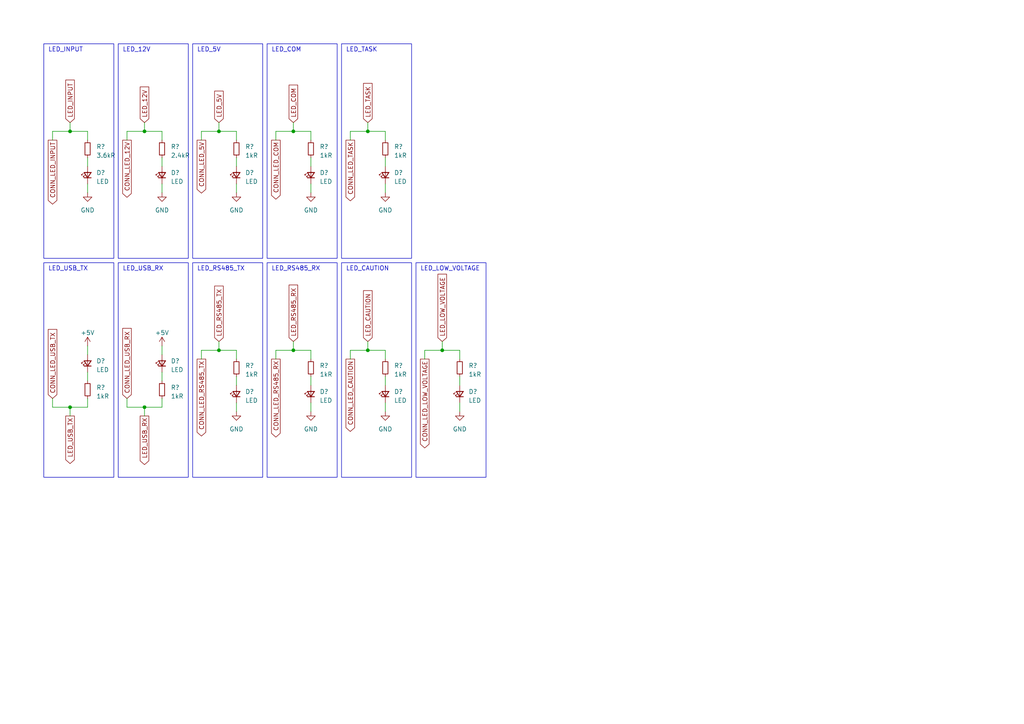
<source format=kicad_sch>
(kicad_sch (version 20230121) (generator eeschema)
  (paper "A4")
  (lib_symbols
    (symbol "Device:LED_Small" (pin_numbers hide) (pin_names (offset 0.254) hide)
      (property "Reference" "D" (at -1.27 3.175 0))
      (property "Value" "LED_Small" (at -4.445 -2.54 0))
      (symbol "LED_Small_0_1"
        (polyline (pts (xy -0.762 -1.016) (xy -0.762 1.016)) (stroke (width 0.254)))
        (polyline (pts (xy 1.016 0) (xy -0.762 0)))
        (polyline (pts (xy 0.762 -1.016) (xy -0.762 0) (xy 0.762 1.016) (xy 0.762 -1.016)) (stroke (width 0.254)))
        (polyline (pts (xy 0 0.762) (xy -0.508 1.27) (xy -0.254 1.27) (xy -0.508 1.27) (xy -0.508 1.016)))
        (polyline (pts (xy 0.508 1.27) (xy 0 1.778) (xy 0.254 1.778) (xy 0 1.778) (xy 0 1.524)))
      )
      (symbol "LED_Small_1_1"
        (pin passive line (at -2.54 0 0) (length 1.778) (name "K") (number "1"))
        (pin passive line (at 2.54 0 180) (length 1.778) (name "A") (number "2"))
      )
    )
    (symbol "Device:R_Small" (pin_numbers hide) (pin_names (offset 0.254) hide)
      (property "Reference" "R" (at 0.762 0.508 0))
      (property "Value" "R_Small" (at 0.762 -1.016 0))
      (symbol "R_Small_0_1"
        (rectangle (start -0.762 1.778) (end 0.762 -1.778) (stroke (width 0.2032)))
      )
      (symbol "R_Small_1_1"
        (pin passive line (at 0 2.54 270) (length 0.762) (name "~") (number "1"))
        (pin passive line (at 0 -2.54 90) (length 0.762) (name "~") (number "2"))
      )
    )
    (symbol "power:+5V" (power) (pin_names (offset 0))
      (property "Value" "+5V" (at 0 3.556 0))
      (symbol "+5V_0_1"
        (polyline (pts (xy -0.762 1.27) (xy 0 2.54)))
        (polyline (pts (xy 0 0) (xy 0 2.54)))
        (polyline (pts (xy 0 2.54) (xy 0.762 1.27)))
      )
      (symbol "+5V_1_1"
        (pin power_in line (at 0 0 90) (length 0) hide (name "+5V") (number "1"))
      )
    )
    (symbol "power:GND" (power) (pin_names (offset 0))
      (property "Value" "GND" (at 0 -3.81 0))
      (symbol "GND_0_1"
        (polyline (pts (xy 0 0) (xy 0 -1.27) (xy 1.27 -1.27) (xy 0 -2.54) (xy -1.27 -1.27) (xy 0 -1.27)))
      )
      (symbol "GND_1_1"
        (pin power_in line (at 0 0 270) (length 0) hide (name "GND") (number "1"))
      )
    )
  )
  (junction (at 128.27 101.6))
  (junction (at 20.32 118.11))
  (junction (at 106.68 38.1))
  (junction (at 63.5 38.1))
  (junction (at 85.09 101.6))
  (junction (at 63.5 101.6))
  (junction (at 20.32 38.1))
  (junction (at 41.91 118.11))
  (junction (at 85.09 38.1))
  (junction (at 106.68 101.6))
  (junction (at 41.91 38.1))
  (wire (pts (xy 90.17 45.72) (xy 90.17 48.26)))
  (wire (pts (xy 101.6 40.64) (xy 101.6 38.1)))
  (wire (pts (xy 68.58 119.38) (xy 68.58 116.84)))
  (wire (pts (xy 20.32 118.11) (xy 25.4 118.11)))
  (wire (pts (xy 46.99 40.64) (xy 46.99 38.1)))
  (wire (pts (xy 58.42 104.14) (xy 58.42 101.6)))
  (wire (pts (xy 20.32 118.11) (xy 20.32 120.65)))
  (wire (pts (xy 90.17 109.22) (xy 90.17 111.76)))
  (wire (pts (xy 68.58 40.64) (xy 68.58 38.1)))
  (wire (pts (xy 41.91 35.56) (xy 41.91 38.1)))
  (wire (pts (xy 68.58 45.72) (xy 68.58 48.26)))
  (wire (pts (xy 46.99 107.95) (xy 46.99 110.49)))
  (wire (pts (xy 128.27 99.06) (xy 128.27 101.6)))
  (wire (pts (xy 25.4 40.64) (xy 25.4 38.1)))
  (wire (pts (xy 106.68 35.56) (xy 106.68 38.1)))
  (wire (pts (xy 41.91 118.11) (xy 41.91 120.65)))
  (wire (pts (xy 101.6 104.14) (xy 101.6 101.6)))
  (wire (pts (xy 36.83 40.64) (xy 36.83 38.1)))
  (wire (pts (xy 46.99 38.1) (xy 41.91 38.1)))
  (wire (pts (xy 111.76 104.14) (xy 111.76 101.6)))
  (wire (pts (xy 80.01 104.14) (xy 80.01 101.6)))
  (wire (pts (xy 46.99 118.11) (xy 46.99 115.57)))
  (wire (pts (xy 133.35 104.14) (xy 133.35 101.6)))
  (wire (pts (xy 106.68 101.6) (xy 101.6 101.6)))
  (wire (pts (xy 68.58 101.6) (xy 63.5 101.6)))
  (wire (pts (xy 133.35 109.22) (xy 133.35 111.76)))
  (wire (pts (xy 106.68 38.1) (xy 101.6 38.1)))
  (wire (pts (xy 46.99 100.33) (xy 46.99 102.87)))
  (wire (pts (xy 111.76 45.72) (xy 111.76 48.26)))
  (wire (pts (xy 68.58 38.1) (xy 63.5 38.1)))
  (wire (pts (xy 36.83 115.57) (xy 36.83 118.11)))
  (wire (pts (xy 123.19 104.14) (xy 123.19 101.6)))
  (wire (pts (xy 25.4 55.88) (xy 25.4 53.34)))
  (wire (pts (xy 15.24 118.11) (xy 20.32 118.11)))
  (wire (pts (xy 85.09 35.56) (xy 85.09 38.1)))
  (wire (pts (xy 36.83 118.11) (xy 41.91 118.11)))
  (wire (pts (xy 90.17 101.6) (xy 85.09 101.6)))
  (wire (pts (xy 20.32 38.1) (xy 15.24 38.1)))
  (wire (pts (xy 46.99 45.72) (xy 46.99 48.26)))
  (wire (pts (xy 90.17 38.1) (xy 85.09 38.1)))
  (wire (pts (xy 25.4 107.95) (xy 25.4 110.49)))
  (wire (pts (xy 106.68 99.06) (xy 106.68 101.6)))
  (wire (pts (xy 80.01 40.64) (xy 80.01 38.1)))
  (wire (pts (xy 25.4 100.33) (xy 25.4 102.87)))
  (wire (pts (xy 111.76 40.64) (xy 111.76 38.1)))
  (wire (pts (xy 111.76 55.88) (xy 111.76 53.34)))
  (wire (pts (xy 111.76 38.1) (xy 106.68 38.1)))
  (wire (pts (xy 63.5 38.1) (xy 58.42 38.1)))
  (wire (pts (xy 15.24 40.64) (xy 15.24 38.1)))
  (wire (pts (xy 20.32 35.56) (xy 20.32 38.1)))
  (wire (pts (xy 15.24 115.57) (xy 15.24 118.11)))
  (wire (pts (xy 111.76 101.6) (xy 106.68 101.6)))
  (wire (pts (xy 68.58 104.14) (xy 68.58 101.6)))
  (wire (pts (xy 25.4 38.1) (xy 20.32 38.1)))
  (wire (pts (xy 90.17 40.64) (xy 90.17 38.1)))
  (wire (pts (xy 85.09 101.6) (xy 80.01 101.6)))
  (wire (pts (xy 46.99 55.88) (xy 46.99 53.34)))
  (wire (pts (xy 63.5 35.56) (xy 63.5 38.1)))
  (wire (pts (xy 90.17 55.88) (xy 90.17 53.34)))
  (wire (pts (xy 25.4 45.72) (xy 25.4 48.26)))
  (wire (pts (xy 68.58 55.88) (xy 68.58 53.34)))
  (wire (pts (xy 41.91 118.11) (xy 46.99 118.11)))
  (wire (pts (xy 68.58 109.22) (xy 68.58 111.76)))
  (wire (pts (xy 111.76 119.38) (xy 111.76 116.84)))
  (wire (pts (xy 133.35 101.6) (xy 128.27 101.6)))
  (wire (pts (xy 85.09 99.06) (xy 85.09 101.6)))
  (wire (pts (xy 25.4 118.11) (xy 25.4 115.57)))
  (wire (pts (xy 58.42 40.64) (xy 58.42 38.1)))
  (wire (pts (xy 90.17 119.38) (xy 90.17 116.84)))
  (wire (pts (xy 41.91 38.1) (xy 36.83 38.1)))
  (wire (pts (xy 133.35 119.38) (xy 133.35 116.84)))
  (wire (pts (xy 63.5 101.6) (xy 58.42 101.6)))
  (wire (pts (xy 90.17 104.14) (xy 90.17 101.6)))
  (wire (pts (xy 111.76 109.22) (xy 111.76 111.76)))
  (wire (pts (xy 85.09 38.1) (xy 80.01 38.1)))
  (wire (pts (xy 63.5 99.06) (xy 63.5 101.6)))
  (wire (pts (xy 128.27 101.6) (xy 123.19 101.6)))
  (rectangle (start 34.29 12.7) (end 54.61 74.93))
  (rectangle (start 55.88 12.7) (end 76.2 74.93))
  (rectangle (start 99.06 12.7) (end 119.38 74.93))
  (rectangle (start 77.47 12.7) (end 97.79 74.93))
  (rectangle (start 99.06 76.2) (end 119.38 138.43))
  (rectangle (start 55.88 76.2) (end 76.2 138.43))
  (rectangle (start 12.7 76.2) (end 33.02 138.43))
  (rectangle (start 77.47 76.2) (end 97.79 138.43))
  (rectangle (start 12.7 12.7) (end 33.02 74.93))
  (rectangle (start 34.29 76.2) (end 54.61 138.43))
  (rectangle (start 120.65 76.2) (end 140.97 138.43))
  (text "LED_CAUTION" (at 100.33 78.74 0) (effects (font (size 1.27 1.27)) (justify left bottom)))
  (text "LED_RS485_TX" (at 57.15 78.74 0) (effects (font (size 1.27 1.27)) (justify left bottom)))
  (text "LED_TASK" (at 100.33 15.24 0) (effects (font (size 1.27 1.27)) (justify left bottom)))
  (text "LED_USB_RX" (at 35.56 78.74 0) (effects (font (size 1.27 1.27)) (justify left bottom)))
  (text "LED_LOW_VOLTAGE" (at 121.92 78.74 0) (effects (font (size 1.27 1.27)) (justify left bottom)))
  (text "LED_COM" (at 78.74 15.24 0) (effects (font (size 1.27 1.27)) (justify left bottom)))
  (text "LED_5V" (at 57.15 15.24 0) (effects (font (size 1.27 1.27)) (justify left bottom)))
  (text "LED_USB_TX" (at 13.97 78.74 0) (effects (font (size 1.27 1.27)) (justify left bottom)))
  (text "LED_INPUT" (at 13.97 15.24 0) (effects (font (size 1.27 1.27)) (justify left bottom)))
  (text "LED_12V" (at 35.56 15.24 0) (effects (font (size 1.27 1.27)) (justify left bottom)))
  (text "LED_RS485_RX" (at 78.74 78.74 0) (effects (font (size 1.27 1.27)) (justify left bottom)))
  (global_label "CONN_LED_LOW_VOLTAGE" (shape output) (at 123.19 104.14 270) (property "Intersheetrefs" "${INTERSHEET_REFS}" (effects hide)))
  (global_label "LED_TASK" (shape input) (at 106.68 35.56 90) (property "Intersheetrefs" "${INTERSHEET_REFS}" (effects hide)))
  (global_label "CONN_LED_USB_RX" (shape input) (at 36.83 115.57 90) (property "Intersheetrefs" "${INTERSHEET_REFS}" (effects hide)))
  (global_label "LED_COM" (shape input) (at 85.09 35.56 90) (property "Intersheetrefs" "${INTERSHEET_REFS}" (effects hide)))
  (global_label "CONN_LED_RS485_TX" (shape output) (at 58.42 104.14 270) (property "Intersheetrefs" "${INTERSHEET_REFS}" (effects hide)))
  (global_label "CONN_LED_RS485_RX" (shape output) (at 80.01 104.14 270) (property "Intersheetrefs" "${INTERSHEET_REFS}" (effects hide)))
  (global_label "LED_USB_RX" (shape output) (at 41.91 120.65 270) (property "Intersheetrefs" "${INTERSHEET_REFS}" (effects hide)))
  (global_label "LED_INPUT" (shape input) (at 20.32 35.56 90) (property "Intersheetrefs" "${INTERSHEET_REFS}" (effects hide)))
  (global_label "CONN_LED_USB_TX" (shape input) (at 15.24 115.57 90) (property "Intersheetrefs" "${INTERSHEET_REFS}" (effects hide)))
  (global_label "CONN_LED_TASK" (shape output) (at 101.6 40.64 270) (property "Intersheetrefs" "${INTERSHEET_REFS}" (effects hide)))
  (global_label "LED_USB_TX" (shape output) (at 20.32 120.65 270) (property "Intersheetrefs" "${INTERSHEET_REFS}" (effects hide)))
  (global_label "CONN_LED_COM" (shape output) (at 80.01 40.64 270) (property "Intersheetrefs" "${INTERSHEET_REFS}" (effects hide)))
  (global_label "LED_5V" (shape input) (at 63.5 35.56 90) (property "Intersheetrefs" "${INTERSHEET_REFS}" (effects hide)))
  (global_label "CONN_LED_12V" (shape output) (at 36.83 40.64 270) (property "Intersheetrefs" "${INTERSHEET_REFS}" (effects hide)))
  (global_label "LED_RS485_RX" (shape input) (at 85.09 99.06 90) (property "Intersheetrefs" "${INTERSHEET_REFS}" (effects hide)))
  (global_label "LED_12V" (shape input) (at 41.91 35.56 90) (property "Intersheetrefs" "${INTERSHEET_REFS}" (effects hide)))
  (global_label "CONN_LED_CAUTION" (shape output) (at 101.6 104.14 270) (property "Intersheetrefs" "${INTERSHEET_REFS}" (effects hide)))
  (global_label "LED_LOW_VOLTAGE" (shape input) (at 128.27 99.06 90) (property "Intersheetrefs" "${INTERSHEET_REFS}" (effects hide)))
  (global_label "LED_RS485_TX" (shape input) (at 63.5 99.06 90) (property "Intersheetrefs" "${INTERSHEET_REFS}" (effects hide)))
  (global_label "LED_CAUTION" (shape input) (at 106.68 99.06 90) (property "Intersheetrefs" "${INTERSHEET_REFS}" (effects hide)))
  (global_label "CONN_LED_5V" (shape output) (at 58.42 40.64 270) (property "Intersheetrefs" "${INTERSHEET_REFS}" (effects hide)))
  (global_label "CONN_LED_INPUT" (shape output) (at 15.24 40.64 270) (property "Intersheetrefs" "${INTERSHEET_REFS}" (effects hide)))
  (symbol (lib_id "Device:R_Small") (at 25.4 43.18 0) (unit 1)
    (property "Reference" "R?" (at 27.94 42.545 0) (effects (justify left)))
    (property "Value" "3.6kR" (at 27.94 45.085 0) (effects (justify left)))
    (property "Footprint" "Resistor_SMD:R_0603_1608Metric_Pad0.98x0.95mm_HandSolder" (effects hide))
    (property "Datasheet" "https://www.chip1stop.com/view/dispDetail/DispDetail?partId=ROHM-0021097" (effects hide))
    (instances (project "LaunchController" (path "" (reference "R?") (unit 1)) (path "" (reference "R28") (unit 1))))
  )
  (symbol (lib_id "power:+5V") (at 25.4 100.33 0) (unit 1)
    (property "Reference" "#PWR?" (effects hide))
    (property "Value" "+5V" (at 25.4 96.52 0))
    (instances (project "LaunchController" (path "" (reference "#PWR?") (unit 1)) (path "" (reference "#PWR067") (unit 1))))
  )
  (symbol (lib_id "power:GND") (at 68.58 55.88 0) (unit 1)
    (property "Reference" "#PWR?" (effects hide))
    (property "Value" "GND" (at 68.58 60.96 0))
    (instances (project "LaunchController" (path "" (reference "#PWR?") (unit 1)) (path "" (reference "#PWR064") (unit 1))))
  )
  (symbol (lib_id "Device:R_Small") (at 68.58 106.68 0) (unit 1)
    (property "Reference" "R?" (at 71.12 106.045 0) (effects (justify left)))
    (property "Value" "1kR" (at 71.12 108.585 0) (effects (justify left)))
    (property "Footprint" "Resistor_SMD:R_0603_1608Metric_Pad0.98x0.95mm_HandSolder" (effects hide))
    (property "Datasheet" "https://www.chip1stop.com/view/dispDetail/DispDetail?partId=ROHM-0021097" (effects hide))
    (instances (project "LaunchController" (path "" (reference "R?") (unit 1)) (path "" (reference "R38") (unit 1))))
  )
  (symbol (lib_id "power:+5V") (at 46.99 100.33 0) (unit 1)
    (property "Reference" "#PWR?" (effects hide))
    (property "Value" "+5V" (at 46.99 96.52 0))
    (instances (project "LaunchController" (path "" (reference "#PWR?") (unit 1)) (path "" (reference "#PWR068") (unit 1))))
  )
  (symbol (lib_id "Device:R_Small") (at 68.58 43.18 0) (unit 1)
    (property "Reference" "R?" (at 71.12 42.545 0) (effects (justify left)))
    (property "Value" "1kR" (at 71.12 45.085 0) (effects (justify left)))
    (property "Footprint" "Resistor_SMD:R_0603_1608Metric_Pad0.98x0.95mm_HandSolder" (effects hide))
    (property "Datasheet" "https://www.chip1stop.com/view/dispDetail/DispDetail?partId=ROHM-0021097" (effects hide))
    (instances (project "LaunchController" (path "" (reference "R?") (unit 1)) (path "" (reference "R32") (unit 1))))
  )
  (symbol (lib_id "power:GND") (at 25.4 55.88 0) (unit 1)
    (property "Reference" "#PWR?" (effects hide))
    (property "Value" "GND" (at 25.4 60.96 0))
    (instances (project "LaunchController" (path "" (reference "#PWR?") (unit 1)) (path "" (reference "#PWR062") (unit 1))))
  )
  (symbol (lib_id "Device:LED_Small") (at 90.17 114.3 90) (unit 1)
    (property "Reference" "D?" (at 92.71 113.6015 90) (effects (justify right)))
    (property "Value" "LED" (at 92.71 116.1415 90) (effects (justify right)))
    (property "Footprint" "LED_SMD:LED_0603_1608Metric_Pad1.05x0.95mm_HandSolder" (effects hide))
    (property "Datasheet" "https://akizukidenshi.com/catalog/g/gI-11882" (effects hide))
    (instances (project "LaunchController" (path "" (reference "D?") (unit 1)) (path "" (reference "D15") (unit 1))))
  )
  (symbol (lib_id "Device:LED_Small") (at 133.35 114.3 90) (unit 1)
    (property "Reference" "D?" (at 135.89 113.6015 90) (effects (justify right)))
    (property "Value" "LED" (at 135.89 116.1415 90) (effects (justify right)))
    (property "Footprint" "LED_SMD:LED_0603_1608Metric_Pad1.05x0.95mm_HandSolder" (effects hide))
    (property "Datasheet" "https://akizukidenshi.com/catalog/g/gI-11882" (effects hide))
    (instances (project "LaunchController" (path "" (reference "D?") (unit 1)) (path "" (reference "D17") (unit 1))))
  )
  (symbol (lib_id "power:GND") (at 133.35 119.38 0) (unit 1)
    (property "Reference" "#PWR?" (effects hide))
    (property "Value" "GND" (at 133.35 124.46 0))
    (instances (project "LaunchController" (path "" (reference "#PWR?") (unit 1)) (path "" (reference "#PWR072") (unit 1))))
  )
  (symbol (lib_id "Device:R_Small") (at 133.35 106.68 0) (unit 1)
    (property "Reference" "R?" (at 135.89 106.045 0) (effects (justify left)))
    (property "Value" "1kR" (at 135.89 108.585 0) (effects (justify left)))
    (property "Footprint" "Resistor_SMD:R_0603_1608Metric_Pad0.98x0.95mm_HandSolder" (effects hide))
    (property "Datasheet" "https://www.chip1stop.com/view/dispDetail/DispDetail?partId=ROHM-0021097" (effects hide))
    (instances (project "LaunchController" (path "" (reference "R?") (unit 1)) (path "" (reference "R44") (unit 1))))
  )
  (symbol (lib_id "power:GND") (at 111.76 55.88 0) (unit 1)
    (property "Reference" "#PWR?" (effects hide))
    (property "Value" "GND" (at 111.76 60.96 0))
    (instances (project "LaunchController" (path "" (reference "#PWR?") (unit 1)) (path "" (reference "#PWR066") (unit 1))))
  )
  (symbol (lib_id "Device:R_Small") (at 25.4 113.03 0) (unit 1)
    (property "Reference" "R?" (at 27.94 112.395 0) (effects (justify left)))
    (property "Value" "1kR" (at 27.94 114.935 0) (effects (justify left)))
    (property "Footprint" "Resistor_SMD:R_0603_1608Metric_Pad0.98x0.95mm_HandSolder" (effects hide))
    (property "Datasheet" "https://www.chip1stop.com/view/dispDetail/DispDetail?partId=ROHM-0021097" (effects hide))
    (instances (project "LaunchController" (path "" (reference "R?") (unit 1)) (path "" (reference "R46") (unit 1))))
  )
  (symbol (lib_id "Device:R_Small") (at 90.17 106.68 0) (unit 1)
    (property "Reference" "R?" (at 92.71 106.045 0) (effects (justify left)))
    (property "Value" "1kR" (at 92.71 108.585 0) (effects (justify left)))
    (property "Footprint" "Resistor_SMD:R_0603_1608Metric_Pad0.98x0.95mm_HandSolder" (effects hide))
    (property "Datasheet" "https://www.chip1stop.com/view/dispDetail/DispDetail?partId=ROHM-0021097" (effects hide))
    (instances (project "LaunchController" (path "" (reference "R?") (unit 1)) (path "" (reference "R40") (unit 1))))
  )
  (symbol (lib_id "Device:LED_Small") (at 25.4 50.8 90) (unit 1)
    (property "Reference" "D?" (at 27.94 50.1015 90) (effects (justify right)))
    (property "Value" "LED" (at 27.94 52.6415 90) (effects (justify right)))
    (property "Footprint" "LED_SMD:LED_0603_1608Metric_Pad1.05x0.95mm_HandSolder" (effects hide))
    (property "Datasheet" "https://akizukidenshi.com/catalog/g/gI-11882" (effects hide))
    (instances (project "LaunchController" (path "" (reference "D?") (unit 1)) (path "" (reference "D7") (unit 1))))
  )
  (symbol (lib_id "Device:LED_Small") (at 111.76 114.3 90) (unit 1)
    (property "Reference" "D?" (at 114.3 113.6015 90) (effects (justify right)))
    (property "Value" "LED" (at 114.3 116.1415 90) (effects (justify right)))
    (property "Footprint" "LED_SMD:LED_0603_1608Metric_Pad1.05x0.95mm_HandSolder" (effects hide))
    (property "Datasheet" "https://akizukidenshi.com/catalog/g/gI-11882" (effects hide))
    (instances (project "LaunchController" (path "" (reference "D?") (unit 1)) (path "" (reference "D16") (unit 1))))
  )
  (symbol (lib_id "Device:LED_Small") (at 46.99 105.41 90) (unit 1)
    (property "Reference" "D?" (at 49.53 104.7115 90) (effects (justify right)))
    (property "Value" "LED" (at 49.53 107.2515 90) (effects (justify right)))
    (property "Footprint" "LED_SMD:LED_0603_1608Metric_Pad1.05x0.95mm_HandSolder" (effects hide))
    (property "Datasheet" "https://akizukidenshi.com/catalog/g/gI-11882" (effects hide))
    (instances (project "LaunchController" (path "" (reference "D?") (unit 1)) (path "" (reference "D13") (unit 1))))
  )
  (symbol (lib_id "power:GND") (at 46.99 55.88 0) (unit 1)
    (property "Reference" "#PWR?" (effects hide))
    (property "Value" "GND" (at 46.99 60.96 0))
    (instances (project "LaunchController" (path "" (reference "#PWR?") (unit 1)) (path "" (reference "#PWR063") (unit 1))))
  )
  (symbol (lib_id "Device:LED_Small") (at 46.99 50.8 90) (unit 1)
    (property "Reference" "D?" (at 49.53 50.1015 90) (effects (justify right)))
    (property "Value" "LED" (at 49.53 52.6415 90) (effects (justify right)))
    (property "Footprint" "LED_SMD:LED_0603_1608Metric_Pad1.05x0.95mm_HandSolder" (effects hide))
    (property "Datasheet" "https://akizukidenshi.com/catalog/g/gI-11882" (effects hide))
    (instances (project "LaunchController" (path "" (reference "D?") (unit 1)) (path "" (reference "D8") (unit 1))))
  )
  (symbol (lib_id "Device:R_Small") (at 46.99 113.03 0) (unit 1)
    (property "Reference" "R?" (at 49.53 112.395 0) (effects (justify left)))
    (property "Value" "1kR" (at 49.53 114.935 0) (effects (justify left)))
    (property "Footprint" "Resistor_SMD:R_0603_1608Metric_Pad0.98x0.95mm_HandSolder" (effects hide))
    (property "Datasheet" "https://www.chip1stop.com/view/dispDetail/DispDetail?partId=ROHM-0021097" (effects hide))
    (instances (project "LaunchController" (path "" (reference "R?") (unit 1)) (path "" (reference "R48") (unit 1))))
  )
  (symbol (lib_id "power:GND") (at 90.17 55.88 0) (unit 1)
    (property "Reference" "#PWR?" (effects hide))
    (property "Value" "GND" (at 90.17 60.96 0))
    (instances (project "LaunchController" (path "" (reference "#PWR?") (unit 1)) (path "" (reference "#PWR065") (unit 1))))
  )
  (symbol (lib_id "Device:R_Small") (at 111.76 106.68 0) (unit 1)
    (property "Reference" "R?" (at 114.3 106.045 0) (effects (justify left)))
    (property "Value" "1kR" (at 114.3 108.585 0) (effects (justify left)))
    (property "Footprint" "Resistor_SMD:R_0603_1608Metric_Pad0.98x0.95mm_HandSolder" (effects hide))
    (property "Datasheet" "https://www.chip1stop.com/view/dispDetail/DispDetail?partId=ROHM-0021097" (effects hide))
    (instances (project "LaunchController" (path "" (reference "R?") (unit 1)) (path "" (reference "R42") (unit 1))))
  )
  (symbol (lib_id "power:GND") (at 111.76 119.38 0) (unit 1)
    (property "Reference" "#PWR?" (effects hide))
    (property "Value" "GND" (at 111.76 124.46 0))
    (instances (project "LaunchController" (path "" (reference "#PWR?") (unit 1)) (path "" (reference "#PWR071") (unit 1))))
  )
  (symbol (lib_id "power:GND") (at 68.58 119.38 0) (unit 1)
    (property "Reference" "#PWR?" (effects hide))
    (property "Value" "GND" (at 68.58 124.46 0))
    (instances (project "LaunchController" (path "" (reference "#PWR?") (unit 1)) (path "" (reference "#PWR069") (unit 1))))
  )
  (symbol (lib_id "Device:LED_Small") (at 68.58 114.3 90) (unit 1)
    (property "Reference" "D?" (at 71.12 113.6015 90) (effects (justify right)))
    (property "Value" "LED" (at 71.12 116.1415 90) (effects (justify right)))
    (property "Footprint" "LED_SMD:LED_0603_1608Metric_Pad1.05x0.95mm_HandSolder" (effects hide))
    (property "Datasheet" "https://akizukidenshi.com/catalog/g/gI-11882" (effects hide))
    (instances (project "LaunchController" (path "" (reference "D?") (unit 1)) (path "" (reference "D14") (unit 1))))
  )
  (symbol (lib_id "Device:LED_Small") (at 68.58 50.8 90) (unit 1)
    (property "Reference" "D?" (at 71.12 50.1015 90) (effects (justify right)))
    (property "Value" "LED" (at 71.12 52.6415 90) (effects (justify right)))
    (property "Footprint" "LED_SMD:LED_0603_1608Metric_Pad1.05x0.95mm_HandSolder" (effects hide))
    (property "Datasheet" "https://akizukidenshi.com/catalog/g/gI-11882" (effects hide))
    (instances (project "LaunchController" (path "" (reference "D?") (unit 1)) (path "" (reference "D9") (unit 1))))
  )
  (symbol (lib_id "Device:LED_Small") (at 111.76 50.8 90) (unit 1)
    (property "Reference" "D?" (at 114.3 50.1015 90) (effects (justify right)))
    (property "Value" "LED" (at 114.3 52.6415 90) (effects (justify right)))
    (property "Footprint" "LED_SMD:LED_0603_1608Metric_Pad1.05x0.95mm_HandSolder" (effects hide))
    (property "Datasheet" "https://akizukidenshi.com/catalog/g/gI-11882" (effects hide))
    (instances (project "LaunchController" (path "" (reference "D?") (unit 1)) (path "" (reference "D11") (unit 1))))
  )
  (symbol (lib_id "power:GND") (at 90.17 119.38 0) (unit 1)
    (property "Reference" "#PWR?" (effects hide))
    (property "Value" "GND" (at 90.17 124.46 0))
    (instances (project "LaunchController" (path "" (reference "#PWR?") (unit 1)) (path "" (reference "#PWR070") (unit 1))))
  )
  (symbol (lib_id "Device:R_Small") (at 111.76 43.18 0) (unit 1)
    (property "Reference" "R?" (at 114.3 42.545 0) (effects (justify left)))
    (property "Value" "1kR" (at 114.3 45.085 0) (effects (justify left)))
    (property "Footprint" "Resistor_SMD:R_0603_1608Metric_Pad0.98x0.95mm_HandSolder" (effects hide))
    (property "Datasheet" "https://www.chip1stop.com/view/dispDetail/DispDetail?partId=ROHM-0021097" (effects hide))
    (instances (project "LaunchController" (path "" (reference "R?") (unit 1)) (path "" (reference "R36") (unit 1))))
  )
  (symbol (lib_id "Device:R_Small") (at 46.99 43.18 0) (unit 1)
    (property "Reference" "R?" (at 49.53 42.545 0) (effects (justify left)))
    (property "Value" "2.4kR" (at 49.53 45.085 0) (effects (justify left)))
    (property "Footprint" "Resistor_SMD:R_0603_1608Metric_Pad0.98x0.95mm_HandSolder" (effects hide))
    (property "Datasheet" "https://www.chip1stop.com/view/dispDetail/DispDetail?partId=ROHM-0021097" (effects hide))
    (instances (project "LaunchController" (path "" (reference "R?") (unit 1)) (path "" (reference "R30") (unit 1))))
  )
  (symbol (lib_id "Device:LED_Small") (at 25.4 105.41 90) (unit 1)
    (property "Reference" "D?" (at 27.94 104.7115 90) (effects (justify right)))
    (property "Value" "LED" (at 27.94 107.2515 90) (effects (justify right)))
    (property "Footprint" "LED_SMD:LED_0603_1608Metric_Pad1.05x0.95mm_HandSolder" (effects hide))
    (property "Datasheet" "https://akizukidenshi.com/catalog/g/gI-11882" (effects hide))
    (instances (project "LaunchController" (path "" (reference "D?") (unit 1)) (path "" (reference "D12") (unit 1))))
  )
  (symbol (lib_id "Device:LED_Small") (at 90.17 50.8 90) (unit 1)
    (property "Reference" "D?" (at 92.71 50.1015 90) (effects (justify right)))
    (property "Value" "LED" (at 92.71 52.6415 90) (effects (justify right)))
    (property "Footprint" "LED_SMD:LED_0603_1608Metric_Pad1.05x0.95mm_HandSolder" (effects hide))
    (property "Datasheet" "https://akizukidenshi.com/catalog/g/gI-11882" (effects hide))
    (instances (project "LaunchController" (path "" (reference "D?") (unit 1)) (path "" (reference "D10") (unit 1))))
  )
  (symbol (lib_id "Device:R_Small") (at 90.17 43.18 0) (unit 1)
    (property "Reference" "R?" (at 92.71 42.545 0) (effects (justify left)))
    (property "Value" "1kR" (at 92.71 45.085 0) (effects (justify left)))
    (property "Footprint" "Resistor_SMD:R_0603_1608Metric_Pad0.98x0.95mm_HandSolder" (effects hide))
    (property "Datasheet" "https://www.chip1stop.com/view/dispDetail/DispDetail?partId=ROHM-0021097" (effects hide))
    (instances (project "LaunchController" (path "" (reference "R?") (unit 1)) (path "" (reference "R34") (unit 1))))
  )
)
</source>
